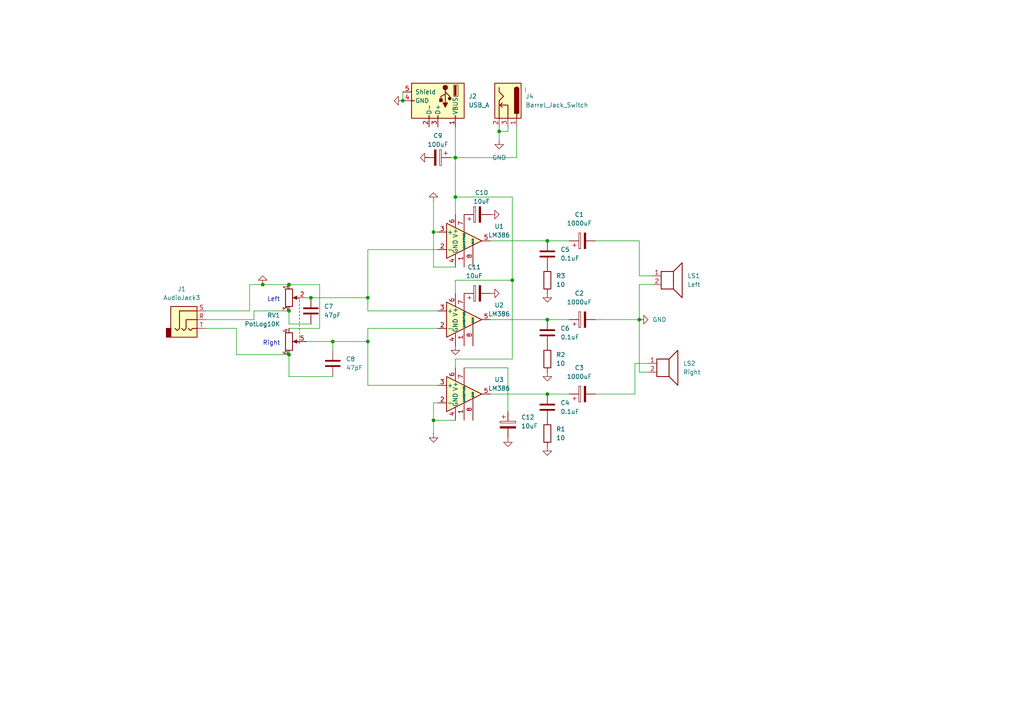
<source format=kicad_sch>
(kicad_sch (version 20231120) (generator "eeschema") (generator_version "8.0")
  (paper "A4")
  (lib_symbols
    (symbol "Amplifier_Audio:LM386" (pin_names (offset 0.127))
      (property "Reference" "U" (at 1.27 7.62 0))
      (property "Value" "LM386" (at 1.27 5.08 0))
      (symbol "LM386_0_1"
        (polyline (pts (xy 5.08 0) (xy -5.08 5.08) (xy -5.08 -5.08) (xy 5.08 0)) (stroke (width 0.254)) (fill (type background)))
      )
      (symbol "LM386_1_1"
        (pin input line (at 0 -7.62 90) (length 5.08) (name "GAIN") (number "1"))
        (pin input line (at -7.62 -2.54 0) (length 2.54) (name "-") (number "2"))
        (pin input line (at -7.62 2.54 0) (length 2.54) (name "+") (number "3"))
        (pin power_in line (at -2.54 -7.62 90) (length 3.81) (name "GND") (number "4"))
        (pin output line (at 7.62 0 180) (length 2.54) (name "~") (number "5"))
        (pin power_in line (at -2.54 7.62 270) (length 3.81) (name "V+") (number "6"))
        (pin input line (at 0 7.62 270) (length 5.08) (name "BYPASS") (number "7"))
        (pin input line (at 2.54 -7.62 90) (length 6.35) (name "GAIN") (number "8"))
      )
    )
    (symbol "Connector:Barrel_Jack_Switch" (pin_names hide)
      (property "Reference" "J" (at 0 5.334 0))
      (property "Value" "Barrel_Jack_Switch" (at 0 -5.08 0))
      (symbol "Barrel_Jack_Switch_0_1"
        (rectangle (start -5.08 3.81) (end 5.08 -3.81) (stroke (width 0.254)) (fill (type background)))
        (arc (start -3.302 3.175) (mid -3.9343 2.54) (end -3.302 1.905) (stroke (width 0.254)))
        (arc (start -3.302 3.175) (mid -3.9343 2.54) (end -3.302 1.905) (stroke (width 0.254)) (fill (type outline)))
        (polyline (pts (xy 1.27 -2.286) (xy 1.905 -1.651)) (stroke (width 0.254)))
        (polyline (pts (xy 5.08 2.54) (xy 3.81 2.54)) (stroke (width 0.254)))
        (polyline (pts (xy 5.08 0) (xy 1.27 0) (xy 1.27 -2.286) (xy 0.635 -1.651)) (stroke (width 0.254)))
        (polyline (pts (xy -3.81 -2.54) (xy -2.54 -2.54) (xy -1.27 -1.27) (xy 0 -2.54) (xy 2.54 -2.54) (xy 5.08 -2.54)) (stroke (width 0.254)))
        (rectangle (start 3.683 3.175) (end -3.302 1.905) (stroke (width 0.254)) (fill (type outline)))
      )
      (symbol "Barrel_Jack_Switch_1_1"
        (pin passive line (at 7.62 2.54 180) (length 2.54) (name "~") (number "1"))
        (pin passive line (at 7.62 -2.54 180) (length 2.54) (name "~") (number "2"))
        (pin passive line (at 7.62 0 180) (length 2.54) (name "~") (number "3"))
      )
    )
    (symbol "Connector:USB_A" (pin_names (offset 1.016))
      (property "Reference" "J" (at -5.08 11.43 0))
      (property "Value" "USB_A" (at -5.08 8.89 0))
      (symbol "USB_A_0_1"
        (rectangle (start -5.08 -7.62) (end 5.08 7.62) (stroke (width 0.254)) (fill (type background)))
        (circle (center -3.81 2.159) (radius 0.635) (stroke (width 0.254)) (fill (type outline)))
        (rectangle (start -1.524 4.826) (end -4.318 5.334) (fill (type outline)))
        (rectangle (start -1.27 4.572) (end -4.572 5.842))
        (circle (center -0.635 3.429) (radius 0.381) (stroke (width 0.254)) (fill (type outline)))
        (rectangle (start -0.127 -7.62) (end 0.127 -6.858))
        (polyline (pts (xy -3.175 2.159) (xy -2.54 2.159) (xy -1.27 3.429) (xy -0.635 3.429)) (stroke (width 0.254)))
        (polyline (pts (xy -2.54 2.159) (xy -1.905 2.159) (xy -1.27 0.889) (xy 0 0.889)) (stroke (width 0.254)))
        (polyline (pts (xy 0.635 2.794) (xy 0.635 1.524) (xy 1.905 2.159) (xy 0.635 2.794)) (stroke (width 0.254)) (fill (type outline)))
        (rectangle (start 0.254 1.27) (end -0.508 0.508) (stroke (width 0.254)) (fill (type outline)))
        (rectangle (start 5.08 -2.667) (end 4.318 -2.413))
        (rectangle (start 5.08 -0.127) (end 4.318 0.127))
        (rectangle (start 5.08 4.953) (end 4.318 5.207))
      )
      (symbol "USB_A_1_1"
        (polyline (pts (xy -1.905 2.159) (xy 0.635 2.159)) (stroke (width 0.254)))
        (pin power_in line (at 7.62 5.08 180) (length 2.54) (name "VBUS") (number "1"))
        (pin bidirectional line (at 7.62 -2.54 180) (length 2.54) (name "D-") (number "2"))
        (pin bidirectional line (at 7.62 0 180) (length 2.54) (name "D+") (number "3"))
        (pin power_in line (at 0 -10.16 90) (length 2.54) (name "GND") (number "4"))
        (pin passive line (at -2.54 -10.16 90) (length 2.54) (name "Shield") (number "5"))
      )
    )
    (symbol "Connector_Audio:AudioJack3"
      (property "Reference" "J" (at 0 8.89 0))
      (property "Value" "AudioJack3" (at 0 6.35 0))
      (symbol "AudioJack3_0_1"
        (rectangle (start -5.08 -5.08) (end -6.35 -2.54) (stroke (width 0.254)) (fill (type outline)))
        (polyline (pts (xy 0 -2.54) (xy 0.635 -3.175) (xy 1.27 -2.54) (xy 2.54 -2.54)) (stroke (width 0.254)))
        (polyline (pts (xy -1.905 -2.54) (xy -1.27 -3.175) (xy -0.635 -2.54) (xy -0.635 0) (xy 2.54 0)) (stroke (width 0.254)))
        (polyline (pts (xy 2.54 2.54) (xy -2.54 2.54) (xy -2.54 -2.54) (xy -3.175 -3.175) (xy -3.81 -2.54)) (stroke (width 0.254)))
        (rectangle (start 2.54 3.81) (end -5.08 -5.08) (stroke (width 0.254)) (fill (type background)))
      )
      (symbol "AudioJack3_1_1"
        (pin passive line (at 5.08 0 180) (length 2.54) (name "~") (number "R"))
        (pin passive line (at 5.08 2.54 180) (length 2.54) (name "~") (number "S"))
        (pin passive line (at 5.08 -2.54 180) (length 2.54) (name "~") (number "T"))
      )
    )
    (symbol "Device:C" (pin_numbers hide) (pin_names (offset 0.254))
      (property "Reference" "C" (at 0.635 2.54 0))
      (property "Value" "C" (at 0.635 -2.54 0))
      (symbol "C_0_1"
        (polyline (pts (xy -2.032 -0.762) (xy 2.032 -0.762)) (stroke (width 0.508)))
        (polyline (pts (xy -2.032 0.762) (xy 2.032 0.762)) (stroke (width 0.508)))
      )
      (symbol "C_1_1"
        (pin passive line (at 0 3.81 270) (length 2.794) (name "~") (number "1"))
        (pin passive line (at 0 -3.81 90) (length 2.794) (name "~") (number "2"))
      )
    )
    (symbol "Device:C_Polarized" (pin_numbers hide) (pin_names (offset 0.254))
      (property "Reference" "C" (at 0.635 2.54 0))
      (property "Value" "C_Polarized" (at 0.635 -2.54 0))
      (symbol "C_Polarized_0_1"
        (rectangle (start -2.286 0.508) (end 2.286 1.016))
        (polyline (pts (xy -1.778 2.286) (xy -0.762 2.286)))
        (polyline (pts (xy -1.27 2.794) (xy -1.27 1.778)))
        (rectangle (start 2.286 -0.508) (end -2.286 -1.016) (fill (type outline)))
      )
      (symbol "C_Polarized_1_1"
        (pin passive line (at 0 3.81 270) (length 2.794) (name "~") (number "1"))
        (pin passive line (at 0 -3.81 90) (length 2.794) (name "~") (number "2"))
      )
    )
    (symbol "Device:R" (pin_numbers hide) (pin_names (offset 0))
      (property "Reference" "R" (at 2.032 0 90))
      (property "Value" "R" (at 0 0 90))
      (symbol "R_0_1"
        (rectangle (start -1.016 -2.54) (end 1.016 2.54) (stroke (width 0.254)))
      )
      (symbol "R_1_1"
        (pin passive line (at 0 3.81 270) (length 1.27) (name "~") (number "1"))
        (pin passive line (at 0 -3.81 90) (length 1.27) (name "~") (number "2"))
      )
    )
    (symbol "Device:R_Potentiometer_Dual" (pin_names (offset 1.016) hide)
      (property "Reference" "RV" (at 0 3.81 0))
      (property "Value" "R_Potentiometer_Dual" (at 0 1.905 0))
      (symbol "R_Potentiometer_Dual_0_1"
        (rectangle (start -8.89 -1.524) (end -3.81 -3.556) (stroke (width 0.254)))
        (polyline (pts (xy -6.35 0) (xy -6.35 -1.016)))
        (polyline (pts (xy -6.35 0) (xy -6.35 -1.016)))
        (polyline (pts (xy -6.35 0) (xy -5.842 0.508)))
        (polyline (pts (xy -5.588 0.508) (xy -5.08 0.508)))
        (polyline (pts (xy -4.572 0.508) (xy -4.064 0.508)))
        (polyline (pts (xy -3.556 0.508) (xy -3.048 0.508)))
        (polyline (pts (xy -2.54 0.508) (xy -2.032 0.508)))
        (polyline (pts (xy -1.524 0.508) (xy -1.016 0.508)))
        (polyline (pts (xy -0.508 0.508) (xy 0 0.508)))
        (polyline (pts (xy 0.508 0.508) (xy 1.016 0.508)))
        (polyline (pts (xy 1.524 0.508) (xy 2.032 0.508)))
        (polyline (pts (xy 2.54 0.508) (xy 3.048 0.508)))
        (polyline (pts (xy 3.556 0.508) (xy 4.064 0.508)))
        (polyline (pts (xy 4.572 0.508) (xy 5.08 0.508)))
        (polyline (pts (xy 5.588 0.508) (xy 6.096 0.508)))
        (polyline (pts (xy 6.35 0) (xy 6.35 -1.016)))
        (polyline (pts (xy 6.35 0) (xy 6.35 -1.016)))
        (polyline (pts (xy 6.604 0.508) (xy 6.858 0.508) (xy 6.35 0)))
        (polyline (pts (xy -6.35 -1.397) (xy -6.858 -0.254) (xy -5.842 -0.254) (xy -6.35 -1.397)) (fill (type outline)))
        (polyline (pts (xy 6.35 -1.397) (xy 5.842 -0.254) (xy 6.858 -0.254) (xy 6.35 -1.397)) (fill (type outline)))
        (rectangle (start 3.81 -1.524) (end 8.89 -3.556) (stroke (width 0.254)))
      )
      (symbol "R_Potentiometer_Dual_1_1"
        (pin passive line (at -10.16 -2.54 0) (length 1.27) (name "1") (number "1"))
        (pin passive line (at -6.35 2.54 270) (length 2.54) (name "2") (number "2"))
        (pin passive line (at -2.54 -2.54 180) (length 1.27) (name "3") (number "3"))
        (pin passive line (at 2.54 -2.54 0) (length 1.27) (name "4") (number "4"))
        (pin passive line (at 6.35 2.54 270) (length 2.54) (name "5") (number "5"))
        (pin passive line (at 10.16 -2.54 180) (length 1.27) (name "6") (number "6"))
      )
    )
    (symbol "Device:Speaker" (pin_names (offset 0) hide)
      (property "Reference" "LS" (at 1.27 5.715 0))
      (property "Value" "Speaker" (at 1.27 3.81 0))
      (symbol "Speaker_0_0"
        (rectangle (start -2.54 1.27) (end 1.016 -3.81) (stroke (width 0.254)))
        (polyline (pts (xy 1.016 1.27) (xy 3.556 3.81) (xy 3.556 -6.35) (xy 1.016 -3.81)) (stroke (width 0.254)))
      )
      (symbol "Speaker_1_1"
        (pin input line (at -5.08 0 0) (length 2.54) (name "1") (number "1"))
        (pin input line (at -5.08 -2.54 0) (length 2.54) (name "2") (number "2"))
      )
    )
    (symbol "GND_1" (power) (pin_numbers hide) (pin_names (offset 0) hide)
      (property "Value" "GND" (at 0 -3.81 0))
      (symbol "GND_1_0_1"
        (polyline (pts (xy 0 0) (xy 0 -1.27) (xy 1.27 -1.27) (xy 0 -2.54) (xy -1.27 -1.27) (xy 0 -1.27)))
      )
      (symbol "GND_1_1_1"
        (pin power_in line (at 0 0 270) (length 0) (name "~") (number "1"))
      )
    )
    (symbol "power:GND" (power) (pin_names (offset 0))
      (property "Value" "GND" (at 0 -3.81 0))
      (symbol "GND_0_1"
        (polyline (pts (xy 0 0) (xy 0 -1.27) (xy 1.27 -1.27) (xy 0 -2.54) (xy -1.27 -1.27) (xy 0 -1.27)))
      )
      (symbol "GND_1_1"
        (pin power_in line (at 0 0 270) (length 0) hide (name "GND") (number "1"))
      )
    )
  )
  (junction (at 90.17 86.36))
  (junction (at 132.08 45.72))
  (junction (at 83.82 90.17))
  (junction (at 144.78 38.1))
  (junction (at 116.84 29.21))
  (junction (at 158.75 92.71))
  (junction (at 106.68 99.06))
  (junction (at 158.75 114.3))
  (junction (at 96.52 99.06))
  (junction (at 132.08 57.15))
  (junction (at 125.73 121.92))
  (junction (at 106.68 86.36))
  (junction (at 148.59 81.28))
  (junction (at 125.73 67.31))
  (junction (at 76.2 82.55))
  (junction (at 83.82 82.55))
  (junction (at 83.82 102.87))
  (junction (at 158.75 69.85))
  (junction (at 185.42 92.71))
  (wire (pts (xy 130.81 45.72) (xy 132.08 45.72)))
  (wire (pts (xy 172.72 92.71) (xy 185.42 92.71)))
  (wire (pts (xy 172.72 69.85) (xy 185.42 69.85)))
  (wire (pts (xy 132.08 81.28) (xy 148.59 81.28)))
  (wire (pts (xy 132.08 85.09) (xy 132.08 81.28)))
  (wire (pts (xy 125.73 116.84) (xy 125.73 121.92)))
  (wire (pts (xy 147.32 106.68) (xy 147.32 119.38)))
  (wire (pts (xy 148.59 104.14) (xy 148.59 81.28)))
  (wire (pts (xy 90.17 86.36) (xy 106.68 86.36)))
  (wire (pts (xy 88.9 99.06) (xy 96.52 99.06)))
  (wire (pts (xy 142.24 69.85) (xy 158.75 69.85)))
  (wire (pts (xy 158.75 114.3) (xy 165.1 114.3)))
  (wire (pts (xy 72.39 82.55) (xy 76.2 82.55)))
  (wire (pts (xy 185.42 107.95) (xy 185.42 92.71)))
  (wire (pts (xy 132.08 45.72) (xy 149.86 45.72)))
  (wire (pts (xy 152.4 25.4) (xy 152.4 26.67)))
  (wire (pts (xy 158.75 92.71) (xy 165.1 92.71)))
  (wire (pts (xy 132.08 106.68) (xy 132.08 104.14)))
  (wire (pts (xy 147.32 36.83) (xy 147.32 38.1)))
  (wire (pts (xy 83.82 109.22) (xy 83.82 102.87)))
  (wire (pts (xy 96.52 99.06) (xy 96.52 101.6)))
  (wire (pts (xy 106.68 90.17) (xy 127 90.17)))
  (wire (pts (xy 76.2 82.55) (xy 83.82 82.55)))
  (wire (pts (xy 106.68 86.36) (xy 106.68 72.39)))
  (wire (pts (xy 106.68 99.06) (xy 106.68 111.76)))
  (wire (pts (xy 132.08 62.23) (xy 132.08 57.15)))
  (wire (pts (xy 59.69 95.25) (xy 68.58 95.25)))
  (wire (pts (xy 132.08 77.47) (xy 125.73 77.47)))
  (wire (pts (xy 92.71 95.25) (xy 92.71 82.55)))
  (wire (pts (xy 68.58 102.87) (xy 83.82 102.87)))
  (wire (pts (xy 127 116.84) (xy 125.73 116.84)))
  (wire (pts (xy 59.69 92.71) (xy 73.66 92.71)))
  (wire (pts (xy 106.68 86.36) (xy 106.68 90.17)))
  (wire (pts (xy 189.23 80.01) (xy 185.42 80.01)))
  (wire (pts (xy 148.59 81.28) (xy 148.59 57.15)))
  (wire (pts (xy 73.66 92.71) (xy 73.66 90.17)))
  (wire (pts (xy 125.73 77.47) (xy 125.73 67.31)))
  (wire (pts (xy 158.75 69.85) (xy 165.1 69.85)))
  (wire (pts (xy 185.42 82.55) (xy 189.23 82.55)))
  (wire (pts (xy 144.78 36.83) (xy 144.78 38.1)))
  (wire (pts (xy 83.82 93.98) (xy 83.82 90.17)))
  (wire (pts (xy 185.42 80.01) (xy 185.42 69.85)))
  (wire (pts (xy 123.19 45.72) (xy 124.46 45.72)))
  (wire (pts (xy 134.62 106.68) (xy 147.32 106.68)))
  (wire (pts (xy 59.69 90.17) (xy 72.39 90.17)))
  (wire (pts (xy 88.9 86.36) (xy 90.17 86.36)))
  (wire (pts (xy 184.15 114.3) (xy 184.15 105.41)))
  (wire (pts (xy 127 67.31) (xy 125.73 67.31)))
  (wire (pts (xy 132.08 36.83) (xy 132.08 45.72)))
  (wire (pts (xy 68.58 95.25) (xy 68.58 102.87)))
  (wire (pts (xy 106.68 111.76) (xy 127 111.76)))
  (wire (pts (xy 184.15 105.41) (xy 187.96 105.41)))
  (wire (pts (xy 83.82 95.25) (xy 92.71 95.25)))
  (wire (pts (xy 125.73 67.31) (xy 125.73 58.42)))
  (wire (pts (xy 106.68 72.39) (xy 127 72.39)))
  (wire (pts (xy 125.73 121.92) (xy 132.08 121.92)))
  (wire (pts (xy 142.24 114.3) (xy 158.75 114.3)))
  (wire (pts (xy 106.68 95.25) (xy 127 95.25)))
  (wire (pts (xy 147.32 38.1) (xy 144.78 38.1)))
  (wire (pts (xy 148.59 57.15) (xy 132.08 57.15)))
  (wire (pts (xy 172.72 114.3) (xy 184.15 114.3)))
  (wire (pts (xy 185.42 92.71) (xy 185.42 82.55)))
  (wire (pts (xy 72.39 90.17) (xy 72.39 82.55)))
  (wire (pts (xy 106.68 99.06) (xy 106.68 95.25)))
  (wire (pts (xy 149.86 36.83) (xy 149.86 45.72)))
  (wire (pts (xy 92.71 82.55) (xy 83.82 82.55)))
  (wire (pts (xy 73.66 90.17) (xy 83.82 90.17)))
  (wire (pts (xy 90.17 93.98) (xy 83.82 93.98)))
  (wire (pts (xy 142.24 92.71) (xy 158.75 92.71)))
  (wire (pts (xy 96.52 99.06) (xy 106.68 99.06)))
  (wire (pts (xy 116.84 26.67) (xy 116.84 29.21)))
  (wire (pts (xy 96.52 109.22) (xy 83.82 109.22)))
  (wire (pts (xy 125.73 121.92) (xy 125.73 125.73)))
  (wire (pts (xy 144.78 38.1) (xy 144.78 40.64)))
  (wire (pts (xy 132.08 57.15) (xy 132.08 45.72)))
  (wire (pts (xy 187.96 107.95) (xy 185.42 107.95)))
  (wire (pts (xy 132.08 104.14) (xy 148.59 104.14)))
  (text "Right" (at 76.2 100.33 0) (effects (font (size 1.27 1.27)) (justify left bottom)))
  (text "Left" (at 77.47 87.63 0) (effects (font (size 1.27 1.27)) (justify left bottom)))
  (symbol (lib_id "power:GND") (at 125.73 58.42 180) (unit 1)
    (property "Reference" "#PWR02" (effects (hide yes)))
    (property "Value" "GND" (effects (hide yes)))
  )
  (symbol (lib_id "Device:C") (at 158.75 73.66 0) (unit 1)
    (property "Reference" "C5" (at 162.56 72.39 0) (effects (justify left)))
    (property "Value" "0.1uF" (at 162.56 74.93 0) (effects (justify left)))
    (property "Footprint" "Capacitor_THT:C_Disc_D5.0mm_W2.5mm_P2.50mm" (effects (hide yes)))
  )
  (symbol (lib_id "power:GND") (at 142.24 62.23 90) (unit 1)
    (property "Reference" "#PWR09" (effects (hide yes)))
    (property "Value" "GND" (effects (hide yes)))
  )
  (symbol (lib_id "Device:C") (at 158.75 96.52 0) (unit 1)
    (property "Reference" "C6" (at 162.56 95.25 0) (effects (justify left)))
    (property "Value" "0.1uF" (at 162.56 97.79 0) (effects (justify left)))
    (property "Footprint" "Capacitor_THT:C_Disc_D5.0mm_W2.5mm_P2.50mm" (effects (hide yes)))
  )
  (symbol (lib_id "Amplifier_Audio:LM386") (at 134.62 69.85 0) (unit 1)
    (property "Reference" "U1" (at 144.78 65.6591 0))
    (property "Value" "LM386" (at 144.78 68.1991 0))
    (property "Footprint" "Package_DIP:DIP-8_W7.62mm" (effects (hide yes)))
    (property "Datasheet" "http://www.ti.com/lit/ds/symlink/lm386.pdf" (effects (hide yes)))
  )
  (symbol (lib_id "Connector:USB_A") (at 127 29.21 270) (unit 1)
    (property "Reference" "J2" (at 135.89 27.94 90) (effects (justify left)))
    (property "Value" "USB_A" (at 135.89 30.48 90) (effects (justify left)))
    (property "Footprint" "Connector_USB:USB_A_CONNFLY_DS1095-WNR0" (effects (hide yes)))
    (property "Datasheet" " ~" (effects (hide yes)))
  )
  (symbol (lib_id "Amplifier_Audio:LM386") (at 134.62 92.71 0) (unit 1)
    (property "Reference" "U2" (at 144.78 88.5191 0))
    (property "Value" "LM386" (at 144.78 91.0591 0))
    (property "Footprint" "Package_DIP:DIP-8_W7.62mm" (effects (hide yes)))
    (property "Datasheet" "http://www.ti.com/lit/ds/symlink/lm386.pdf" (effects (hide yes)))
  )
  (symbol (lib_id "Device:C") (at 90.17 90.17 0) (unit 1)
    (property "Reference" "C7" (at 93.98 88.9 0) (effects (justify left)))
    (property "Value" "47pF" (at 93.98 91.44 0) (effects (justify left)))
    (property "Footprint" "Capacitor_THT:C_Disc_D5.0mm_W2.5mm_P2.50mm" (effects (hide yes)))
  )
  (symbol (lib_id "Device:C_Polarized") (at 147.32 123.19 0) (unit 1)
    (property "Reference" "C12" (at 151.13 121.031 0) (effects (justify left)))
    (property "Value" "10uF" (at 151.13 123.571 0) (effects (justify left)))
    (property "Footprint" "Capacitor_THT:CP_Radial_D4.0mm_P2.00mm" (effects (hide yes)))
  )
  (symbol (lib_id "power:GND") (at 76.2 82.55 180) (unit 1)
    (property "Reference" "#PWR012" (effects (hide yes)))
    (property "Value" "GND" (effects (hide yes)))
  )
  (symbol (lib_id "Device:R_Potentiometer_Dual") (at 86.36 92.71 270) (unit 1)
    (property "Reference" "RV1" (at 81.28 91.44 90) (effects (justify right)))
    (property "Value" "PotLog10K" (at 81.28 93.98 90) (effects (justify right)))
    (property "Footprint" "Potentiometer_THT:Potentiometer_Alps_RK163_Dual_Horizontal" (effects (hide yes)))
  )
  (symbol (lib_id "Connector_Audio:AudioJack3") (at 54.61 92.71 0) (unit 1)
    (property "Reference" "J1" (at 52.705 83.82 0))
    (property "Value" "AudioJack3" (at 52.705 86.36 0))
    (property "Footprint" "Connector_Audio:Jack_3.5mm_CUI_SJ1-3525N_Horizontal" (effects (hide yes)))
  )
  (symbol (lib_id "power:GND") (at 158.75 129.54 0) (unit 1)
    (property "Reference" "#PWR07" (effects (hide yes)))
    (property "Value" "GND" (effects (hide yes)))
  )
  (symbol (lib_id "power:GND") (at 116.84 29.21 270) (unit 1)
    (property "Reference" "#PWR04" (effects (hide yes)))
    (property "Value" "GND" (effects (hide yes)))
  )
  (symbol (lib_id "Device:Speaker") (at 194.31 80.01 0) (unit 1)
    (property "Reference" "LS1" (at 199.39 80.01 0) (effects (justify left)))
    (property "Value" "Left" (at 199.39 82.55 0) (effects (justify left)))
    (property "Footprint" "Connector_PinHeader_2.54mm:PinHeader_1x02_P2.54mm_Vertical" (effects (hide yes)))
  )
  (symbol (lib_id "Device:C_Polarized") (at 168.91 92.71 90) (unit 1)
    (property "Reference" "C2" (at 168.021 85.09 90))
    (property "Value" "1000uF" (at 168.021 87.63 90))
    (property "Footprint" "Capacitor_THT:CP_Radial_D10.0mm_P3.50mm" (effects (hide yes)))
  )
  (symbol (lib_id "power:GND") (at 142.24 85.09 90) (unit 1)
    (property "Reference" "#PWR010" (effects (hide yes)))
    (property "Value" "GND" (effects (hide yes)))
  )
  (symbol (lib_id "Device:C") (at 96.52 105.41 0) (unit 1)
    (property "Reference" "C8" (at 100.33 104.14 0) (effects (justify left)))
    (property "Value" "47pF" (at 100.33 106.68 0) (effects (justify left)))
    (property "Footprint" "Capacitor_THT:C_Disc_D5.0mm_W2.5mm_P2.50mm" (effects (hide yes)))
  )
  (symbol (lib_id "power:GND") (at 147.32 127 0) (unit 1)
    (property "Reference" "#PWR011" (effects (hide yes)))
    (property "Value" "GND" (effects (hide yes)))
  )
  (symbol (lib_id "Device:C_Polarized") (at 127 45.72 270) (unit 1)
    (property "Reference" "C9" (at 127 39.37 90))
    (property "Value" "100uF" (at 127 41.91 90))
    (property "Footprint" "Capacitor_THT:CP_Radial_D4.0mm_P2.00mm" (effects (hide yes)))
  )
  (symbol (lib_id "Connector:Barrel_Jack_Switch") (at 147.32 29.21 270) (unit 1)
    (property "Reference" "J4" (at 152.4 27.94 90) (effects (justify left)))
    (property "Value" "Barrel_Jack_Switch" (at 152.4 30.48 90) (effects (justify left)))
    (property "Footprint" "Connector_BarrelJack:BarrelJack_Wuerth_6941xx301002" (effects (hide yes)))
  )
  (symbol (lib_name "GND_1") (lib_id "power:GND") (at 185.42 92.71 90) (unit 1)
    (property "Reference" "#PWR014" (effects (hide yes)))
    (property "Value" "GND" (at 189.23 92.7099 90) (effects (justify right)))
    (property "Description" "Power symbol creates a global label with name \"GND\" , ground" (effects (hide yes)))
  )
  (symbol (lib_id "Device:C_Polarized") (at 138.43 85.09 90) (unit 1)
    (property "Reference" "C11" (at 137.541 77.47 90))
    (property "Value" "10uF" (at 137.541 80.01 90))
    (property "Footprint" "Capacitor_THT:CP_Radial_D4.0mm_P2.00mm" (effects (hide yes)))
  )
  (symbol (lib_id "Device:C_Polarized") (at 168.91 114.3 90) (unit 1)
    (property "Reference" "C3" (at 168.021 106.68 90))
    (property "Value" "1000uF" (at 168.021 109.22 90))
    (property "Footprint" "Capacitor_THT:CP_Radial_D10.0mm_P3.50mm" (effects (hide yes)))
  )
  (symbol (lib_id "power:GND") (at 158.75 107.95 0) (unit 1)
    (property "Reference" "#PWR06" (effects (hide yes)))
    (property "Value" "GND" (effects (hide yes)))
  )
  (symbol (lib_id "Device:C_Polarized") (at 138.43 62.23 90) (unit 1)
    (property "Reference" "C10" (at 139.7 55.88 90))
    (property "Value" "10uF" (at 139.7 58.42 90))
    (property "Footprint" "Capacitor_THT:CP_Radial_D4.0mm_P2.00mm" (effects (hide yes)))
  )
  (symbol (lib_id "Device:C_Polarized") (at 168.91 69.85 90) (unit 1)
    (property "Reference" "C1" (at 168.021 62.23 90))
    (property "Value" "1000uF" (at 168.021 64.77 90))
    (property "Footprint" "Capacitor_THT:CP_Radial_D10.0mm_P3.50mm" (effects (hide yes)))
  )
  (symbol (lib_id "Device:R") (at 158.75 125.73 0) (unit 1)
    (property "Reference" "R1" (at 161.29 124.46 0) (effects (justify left)))
    (property "Value" "10" (at 161.29 127 0) (effects (justify left)))
    (property "Footprint" "Resistor_THT:R_Axial_DIN0207_L6.3mm_D2.5mm_P7.62mm_Horizontal" (effects (hide yes)))
  )
  (symbol (lib_id "power:GND") (at 125.73 125.73 0) (unit 1)
    (property "Reference" "#PWR01" (effects (hide yes)))
    (property "Value" "GND" (effects (hide yes)))
  )
  (symbol (lib_id "Device:Speaker") (at 193.04 105.41 0) (unit 1)
    (property "Reference" "LS2" (at 198.12 105.41 0) (effects (justify left)))
    (property "Value" "Right" (at 198.12 107.95 0) (effects (justify left)))
    (property "Footprint" "Connector_PinHeader_2.54mm:PinHeader_1x02_P2.54mm_Vertical" (effects (hide yes)))
  )
  (symbol (lib_id "Device:C") (at 158.75 118.11 0) (unit 1)
    (property "Reference" "C4" (at 162.56 116.84 0) (effects (justify left)))
    (property "Value" "0.1uF" (at 162.56 119.38 0) (effects (justify left)))
    (property "Footprint" "Capacitor_THT:C_Disc_D5.0mm_W2.5mm_P2.50mm" (effects (hide yes)))
  )
  (symbol (lib_id "power:GND") (at 158.75 85.09 0) (unit 1)
    (property "Reference" "#PWR05" (effects (hide yes)))
    (property "Value" "GND" (effects (hide yes)))
  )
  (symbol (lib_id "Amplifier_Audio:LM386") (at 134.62 114.3 0) (unit 1)
    (property "Reference" "U3" (at 144.78 110.1091 0))
    (property "Value" "LM386" (at 144.78 112.6491 0))
    (property "Footprint" "Package_DIP:DIP-8_W7.62mm" (effects (hide yes)))
    (property "Datasheet" "http://www.ti.com/lit/ds/symlink/lm386.pdf" (effects (hide yes)))
  )
  (symbol (lib_id "power:GND") (at 132.08 100.33 0) (unit 1)
    (property "Reference" "#PWR03" (effects (hide yes)))
    (property "Value" "GND" (effects (hide yes)))
  )
  (symbol (lib_id "power:GND") (at 124.46 45.72 270) (unit 1)
    (property "Reference" "#PWR08" (effects (hide yes)))
    (property "Value" "GND" (effects (hide yes)))
  )
  (symbol (lib_id "Device:R") (at 158.75 81.28 0) (unit 1)
    (property "Reference" "R3" (at 161.29 80.01 0) (effects (justify left)))
    (property "Value" "10" (at 161.29 82.55 0) (effects (justify left)))
    (property "Footprint" "Resistor_THT:R_Axial_DIN0207_L6.3mm_D2.5mm_P7.62mm_Horizontal" (effects (hide yes)))
  )
  (symbol (lib_id "power:GND") (at 144.78 40.64 0) (unit 1)
    (property "Reference" "#PWR013" (effects (hide yes)))
    (property "Value" "GND" (at 144.78 45.72 0))
  )
  (symbol (lib_id "Device:R") (at 158.75 104.14 0) (unit 1)
    (property "Reference" "R2" (at 161.29 102.87 0) (effects (justify left)))
    (property "Value" "10" (at 161.29 105.41 0) (effects (justify left)))
    (property "Footprint" "Resistor_THT:R_Axial_DIN0207_L6.3mm_D2.5mm_P7.62mm_Horizontal" (effects (hide yes)))
  )
)
</source>
